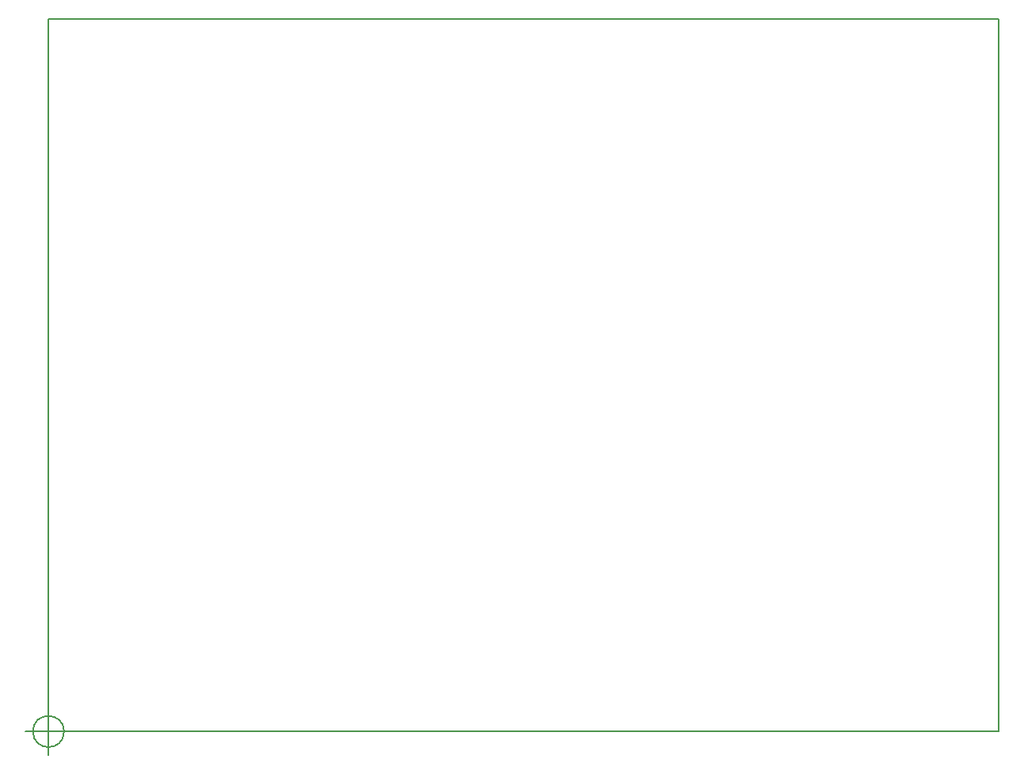
<source format=gbr>
G04 #@! TF.FileFunction,Profile,NP*
%FSLAX46Y46*%
G04 Gerber Fmt 4.6, Leading zero omitted, Abs format (unit mm)*
G04 Created by KiCad (PCBNEW 4.0.5) date Monday, May 22, 2017 'PMt' 09:55:20 PM*
%MOMM*%
%LPD*%
G01*
G04 APERTURE LIST*
%ADD10C,0.100000*%
%ADD11C,0.150000*%
G04 APERTURE END LIST*
D10*
D11*
X167640000Y-162560000D02*
X66040000Y-162560000D01*
X67706666Y-162560000D02*
G75*
G03X67706666Y-162560000I-1666666J0D01*
G01*
X63540000Y-162560000D02*
X68540000Y-162560000D01*
X66040000Y-160060000D02*
X66040000Y-165060000D01*
X167640000Y-86360000D02*
X167640000Y-162560000D01*
X66040000Y-86360000D02*
X167640000Y-86360000D01*
X66040000Y-162560000D02*
X66040000Y-86360000D01*
M02*

</source>
